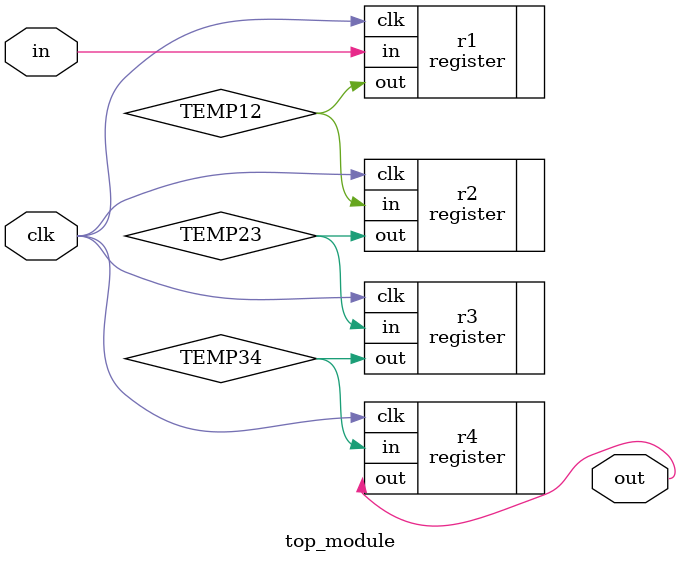
<source format=v>
`timescale 1ns / 1ps
module top_module(
    input in,
    input clk,
    output out
    );

	wire TEMP12;
	wire TEMP23;
	wire TEMP34;
	 
	 register r1(.in(in), .out(TEMP12), .clk(clk));
	 register r2(.in(TEMP12), .out(TEMP23), .clk(clk));
	 register r3(.in(TEMP23), .out(TEMP34), .clk(clk));
	 register r4(.in(TEMP34), .out(out), .clk(clk));
endmodule

</source>
